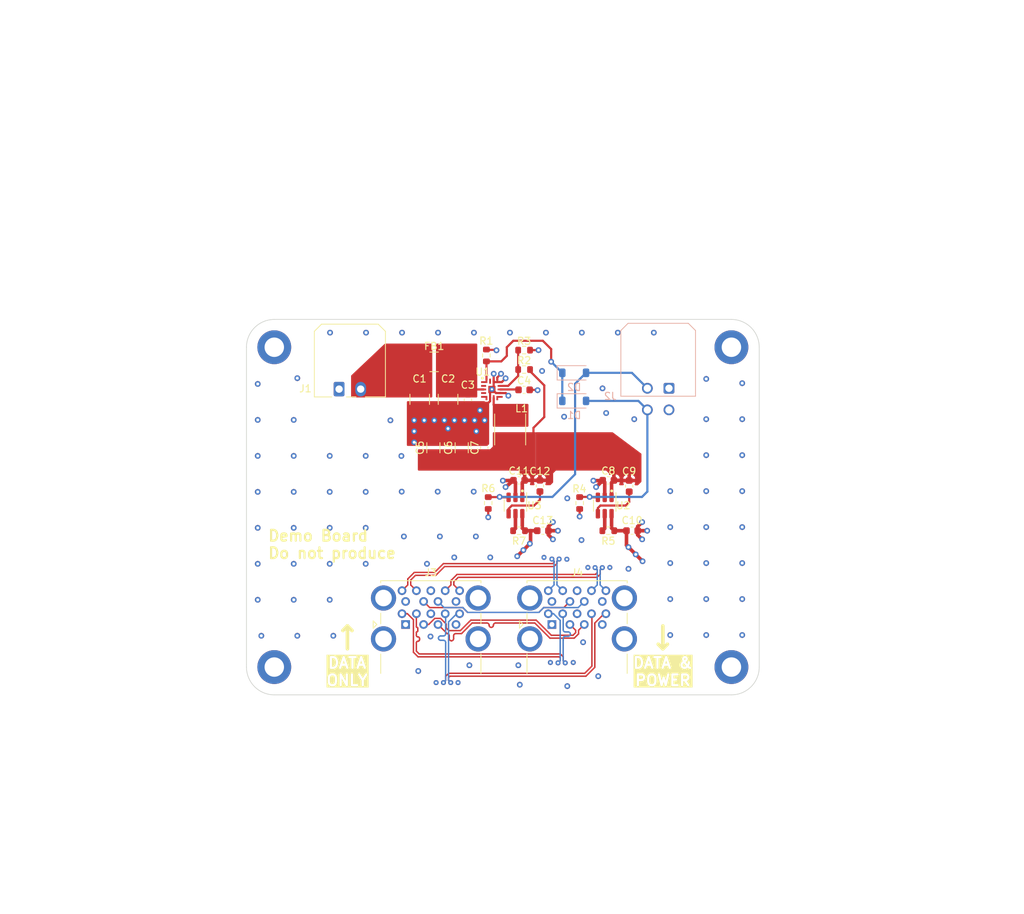
<source format=kicad_pcb>
(kicad_pcb (version 20221018) (generator pcbnew)
  (title_block (title "Demo Board") (date "2023-11-27") (rev "A") (company "The Cornell Lab, K. Lisa Yang Center for Conservation Bioacoustics") (comment 2 "Drawn by: Jordan Aceto") (comment 3 "Brief: PCB to demo KiCad documentation scripts") (comment 4 "Project: Engineering Tools"))
  (layers (0 "F.Cu" signal) (1 "In1.Cu" signal) (2 "In2.Cu" signal) (31 "B.Cu" signal) (34 "B.Paste" user) (35 "F.Paste" user) (36 "B.SilkS" user "B.Silkscreen") (37 "F.SilkS" user "F.Silkscreen") (38 "B.Mask" user) (39 "F.Mask" user) (44 "Edge.Cuts" user))
  (net 0 "")
  (net 1 "/power_ctl/VIN")
  (net 2 "GND")
  (net 3 "+5V")
  (net 4 "/USB_out/VBUS_BTM")
  (net 5 "/USB_out/VBUS_TOP")
  (net 6 "/power_ctl/VBUS_TOP_EN")
  (net 7 "/power_ctl/VBUS_BTM_EN")
  (net 9 "/USB_in/USB_btm_data.D-")
  (net 10 "/USB_in/USB_btm_data.D+")
  (net 11 "/USB_in/USB_btm_data.SSRX-")
  (net 12 "/USB_in/USB_btm_data.SSRX+")
  (net 13 "/USB_in/USB_btm_data.SSTX-")
  (net 14 "/USB_in/USB_btm_data.SSTX+")
  (net 16 "/USB_in/USB_top_data.D-")
  (net 17 "/USB_in/USB_top_data.D+")
  (net 18 "/USB_in/USB_top_data.SSRX-")
  (net 19 "/USB_in/USB_top_data.SSRX+")
  (net 20 "/USB_in/USB_top_data.SSTX-")
  (net 21 "/USB_in/USB_top_data.SSTX+")
  (net 22 "/power_ctl/VIN_FILT")
  (net 23 "Net-(U2-CT)")
  (net 24 "Net-(U3-CT)")
  (net 25 "Net-(U1-VCC)")
  (net 26 "/power_ctl/SW")
  (net 28 "Net-(U2-QOD)")
  (net 29 "Net-(U3-QOD)")
  (net 34 "/power_ctl/REG_EN")
  (net 35 "/power_ctl/FB")
  (footprint "ccb_capacitor:C_0603_1608Metric" (layer "F.Cu") (at 151.2 95.475 -90)
    (fp_text reference "C12")
    (fp_text value "470p")
  )
  (footprint "ccb_capacitor:C_0603_1608Metric" (layer "F.Cu") (at 148.3 94.7 180)
    (fp_text reference "C11")
    (fp_text value "1u 50V")
  )
  (footprint "ccb_resistor:R_0603_1608Metric" (layer "F.Cu") (at 160.7 101.7 180)
    (fp_text reference "R5")
    (fp_text value "10k")
  )
  (footprint "ccb_mounting_hole:MountingHole_2.7mm_M2.5_DIN965_Pad" (layer "F.Cu") (at 177.8 120.65)
    (fp_text reference "H4" hide)
    (fp_text value "MountingHole_Pad")
  )
  (footprint "ccb_capacitor:C_1210_3225Metric" (layer "F.Cu") (at 134.5 83.439 -90)
    (fp_text reference "C1")
    (fp_text value "10u 50V")
  )
  (footprint "ccb_capacitor:C_0603_1608Metric" (layer "F.Cu") (at 143.4712 90.17 90)
    (fp_text reference "C7")
    (fp_text value "100n 25v")
  )
  (footprint "ccb_resistor:R_0603_1608Metric" (layer "F.Cu") (at 149 76.6)
    (fp_text reference "R3")
    (fp_text value "DNF")
  )
  (footprint "ccb_mounting_hole:MountingHole_2.7mm_M2.5_DIN965_Pad" (layer "F.Cu") (at 114.3 76.2)
    (fp_text reference "H1" hide)
    (fp_text value "MountingHole_Pad")
  )
  (footprint "ccb_inductor:L_Coilcraft_XxL4030" (layer "F.Cu") (at 147.066 87.63 -90)
    (fp_text reference "L1")
    (fp_text value "3u3 5A")
  )
  (footprint "ccb_capacitor:C_0603_1608Metric" (layer "F.Cu") (at 141.2 83.5 -90)
    (fp_text reference "C3")
    (fp_text value "100n 50v")
  )
  (footprint "ccb_resistor:R_0603_1608Metric" (layer "F.Cu") (at 143.764 77.343 90)
    (fp_text reference "R1")
    (fp_text value "1M")
  )
  (footprint "ccb_connector_micro-fit:Molex_Micro-Fit_3.0_43650-0200_1x02_P3.00mm_Horizontal" (layer "F.Cu") (at 123.3 82.02)
    (fp_text reference "J1")
    (fp_text value "micro-fit_1x2_3mm")
  )
  (footprint "ccb_package_TO_SOT_SMD:SOT-23-6" (layer "F.Cu") (at 160.2 98.2 -90)
    (fp_text reference "U2")
    (fp_text value "TPS22917DBVx")
  )
  (footprint "ccb_inductor:L_1210_3225Metric" (layer "F.Cu") (at 136.5 78.232 180)
    (fp_text reference "FB1")
    (fp_text value "1k @100MHz 2A")
  )
  (footprint "ccb_package_TO_SOT_SMD:SOT-23-6" (layer "F.Cu") (at 147.8 98.2 -90)
    (fp_text reference "U3")
    (fp_text value "TPS22917DBVx")
  )
  (footprint "ccb_capacitor:C_1210_3225Metric" (layer "F.Cu") (at 138.437 83.439 -90)
    (fp_text reference "C2")
    (fp_text value "10u 50V")
  )
  (footprint "ccb_capacitor:C_0603_1608Metric" (layer "F.Cu") (at 163.6 95.5 -90)
    (fp_text reference "C9")
    (fp_text value "470p")
  )
  (footprint "ccb_capacitor:C_0603_1608Metric" (layer "F.Cu") (at 160.7 94.7 180)
    (fp_text reference "C8")
    (fp_text value "1u 50V")
  )
  (footprint "ccb_package_DFN_QFN:VQFN-FCRLF14_RXB_TEX" (layer "F.Cu") (at 144.526 82.0692)
    (fp_text reference "U1")
    (fp_text value "LMQ66430R5RXBR")
  )
  (footprint "ccb_capacitor:C_0603_1608Metric" (layer "F.Cu") (at 151.6 101.7)
    (fp_text reference "C13")
    (fp_text value "1u 50V")
  )
  (footprint "ccb_resistor:R_0603_1608Metric" (layer "F.Cu") (at 144.018 97.853 -90)
    (fp_text reference "R6")
    (fp_text value "1M")
  )
  (footprint "ccb_capacitor:C_0603_1608Metric" (layer "F.Cu") (at 164 101.7)
    (fp_text reference "C10")
    (fp_text value "1u 50V")
  )
  (footprint "ccb_connector_USB:USB3_A_Molex_48406-0001_Horizontal_Stacked" (layer "F.Cu") (at 152.8626 114.735)
    (fp_text reference "J4")
    (fp_text value "molex_048406-0001")
  )
  (footprint "ccb_mounting_hole:MountingHole_2.7mm_M2.5_DIN965_Pad" (layer "F.Cu") (at 177.8 76.2)
    (fp_text reference "H3" hide)
    (fp_text value "MountingHole_Pad")
  )
  (footprint "ccb_resistor:R_0603_1608Metric" (layer "F.Cu") (at 156.718 97.853 -90)
    (fp_text reference "R4")
    (fp_text value "1M")
  )
  (footprint "ccb_connector_USB:USB3_A_Molex_48406-0001_Horizontal_Stacked" (layer "F.Cu") (at 132.5426 114.735)
    (fp_text reference "J3")
    (fp_text value "molex_048406-0001")
  )
  (footprint "ccb_resistor:R_0603_1608Metric" (layer "F.Cu") (at 148.3 101.7 180)
    (fp_text reference "R7")
    (fp_text value "10k")
  )
  (footprint "ccb_capacitor:C_1206_3216Metric" (layer "F.Cu") (at 136.398 90.17 90)
    (fp_text reference "C5")
    (fp_text value "22u 10v")
  )
  (footprint "ccb_mounting_hole:MountingHole_2.7mm_M2.5_DIN965_Pad" (layer "F.Cu") (at 114.3 120.65)
    (fp_text reference "H2" hide)
    (fp_text value "MountingHole_Pad")
  )
  (footprint "ccb_capacitor:C_0603_1608Metric" (layer "F.Cu") (at 149 82.1242)
    (fp_text reference "C4")
    (fp_text value "1u 50V")
  )
  (footprint "ccb_resistor:R_0603_1608Metric" (layer "F.Cu") (at 149 79.3 180)
    (fp_text reference "R2")
    (fp_text value "0R")
  )
  (footprint "ccb_capacitor:C_1206_3216Metric" (layer "F.Cu") (at 140.335 90.17 90)
    (fp_text reference "C6")
    (fp_text value "22u 10v")
  )
  (footprint "ccb_connector_micro-fit:Molex_Micro-Fit_3.0_43045-0400_2x02_P3.00mm_Horizontal" (layer "B.Cu") (at 169.124 81.9038 180)
    (fp_text reference "J2")
    (fp_text value "micro-fit_2x2_3mm")
  )
  (footprint "ccb_diode:D_SOD-123" (layer "B.Cu") (at 155.956 79.756)
    (fp_text reference "D2")
    (fp_text value "1N4148W")
  )
  (footprint "ccb_diode:D_SOD-123" (layer "B.Cu") (at 155.956 83.656)
    (fp_text reference "D1")
    (fp_text value "1N4148W")
  )
  (gr_line (start 168.275 118.11) (end 167.64 117.475) (stroke (width 0.5)) (layer "F.SilkS"))
  (gr_line (start 168.275 114.935) (end 168.275 118.11) (stroke (width 0.5)) (layer "F.SilkS"))
  (gr_line (start 124.46 114.935) (end 123.825 115.57) (stroke (width 0.5)) (layer "F.SilkS"))
  (gr_line (start 124.46 114.935) (end 125.095 115.57) (stroke (width 0.5)) (layer "F.SilkS"))
  (gr_line (start 124.46 118.11) (end 124.46 114.935) (stroke (width 0.5)) (layer "F.SilkS"))
  (gr_line (start 168.275 118.11) (end 168.91 117.475) (stroke (width 0.5)) (layer "F.SilkS"))
  (gr_arc locked (start 110.437446 76.2) (mid 111.568762 73.468762) (end 114.3 72.337446) (stroke (width 0.1)) (layer "Edge.Cuts"))
  (gr_arc locked (start 114.3 124.512554) (mid 111.568762 123.381238) (end 110.437446 120.65) (stroke (width 0.1)) (layer "Edge.Cuts"))
  (gr_line locked (start 114.3 72.337446) (end 177.8 72.337446) (stroke (width 0.1)) (layer "Edge.Cuts"))
  (gr_line locked (start 181.662554 76.2) (end 181.662554 120.65) (stroke (width 0.1)) (layer "Edge.Cuts"))
  (gr_line locked (start 110.437446 120.65) (end 110.437446 76.2) (stroke (width 0.1)) (layer "Edge.Cuts"))
  (gr_arc locked (start 181.662554 120.65) (mid 180.531238 123.381238) (end 177.8 124.512554) (stroke (width 0.1)) (layer "Edge.Cuts"))
  (gr_arc locked (start 177.8 72.337446) (mid 180.531238 73.468762) (end 181.662554 76.2) (stroke (width 0.1)) (layer "Edge.Cuts"))
  (gr_line locked (start 177.8 124.512554) (end 114.3 124.512554) (stroke (width 0.1)) (layer "Edge.Cuts"))
  (gr_text "Demo Board\nDo not produce" (at 113.3 105.7) (layer "F.SilkS") (effects (font (size 1.5 1.5) (thickness 0.3) bold) (justify left bottom)))
  (gr_text "DATA &\nPOWER" (at 168.275 121.285) (layer "F.SilkS" knockout) (effects (font (size 1.5 1.5) (thickness 0.3) bold)))
  (gr_text "DATA\nONLY" (at 124.4092 121.285) (layer "F.SilkS" knockout) (effects (font (size 1.5 1.5) (thickness 0.3) bold)))
  (segment (start 164.775 101.125) (end 165.4 100.5) (width 0.5) (layer "F.Cu") (net 2))
  (segment (start 147.8 94.975) (end 147.525 94.7) (width 0.5) (layer "F.Cu") (net 2))
  (segment (start 144.276 83.2192) (end 144.276 83.689176) (width 0.3) (layer "F.Cu") (net 2))
  (segment (start 145.095976 82.5692) (end 144.595976 82.0692) (width 0.3) (layer "F.Cu") (net 2))
  (segment (start 152.375 102.275) (end 153 102.9) (width 0.5) (layer "F.Cu") (net 2))
  (segment (start 164.775 102.275) (end 165.4 102.9) (width 0.5) (layer "F.Cu") (net 2))
  (segment (start 144.5532 82.042) (end 144.526 82.0692) (width 0.3) (layer "F.Cu") (net 2))
  (segment (start 147.525 94.7) (end 146.431 95.631) (width 0.5) (layer "F.Cu") (net 2))
  (segment (start 156.718 98.678) (end 156.718 99.728) (width 0.3) (layer "F.Cu") (net 2))
  (segment (start 149.746 82.1242) (end 150.8312 82.1242) (width 0.3) (layer "F.Cu") (net 2))
  (segment (start 164.775 101.7) (end 164.775 102.275) (width 0.5) (layer "F.Cu") (net 2))
  (segment (start 152.375 101.7) (end 152.375 102.275) (width 0.5) (layer "F.Cu") (net 2))
  (segment (start 147.8 97.0625) (end 147.8 94.975) (width 0.5) (layer "F.Cu") (net 2))
  (segment (start 145.097998 76.56) (end 145.161 76.623002) (width 0.3) (layer "F.Cu") (net 2))
  (segment (start 144.776 81.8192) (end 144.526 82.0692) (width 0.3) (layer "F.Cu") (net 2))
  (segment (start 158.623 94.742) (end 159.883 94.742) (width 0.5) (layer "F.Cu") (net 2))
  (segment (start 144.776 80.9192) (end 144.776 81.8192) (width 0.3) (layer "F.Cu") (net 2))
  (segment (start 144.776 79.887) (end 144.78 79.883) (width 0.3) (layer "F.Cu") (net 2))
  (segment (start 164.775 101.7) (end 166.1 101.7) (width 0.5) (layer "F.Cu") (net 2))
  (segment (start 145.676 82.5692) (end 145.095976 82.5692) (width 0.3) (layer "F.Cu") (net 2))
  (segment (start 145.5885 81.0442) (end 145.9048 81.0442) (width 0.3) (layer "F.Cu") (net 2))
  (segment (start 149.825 76.6) (end 151 76.6) (width 0.3) (layer "F.Cu") (net 2))
  (segment (start 152.375 101.7) (end 153.7 101.7) (width 0.5) (layer "F.Cu") (net 2))
  (segment (start 146.4502 82.5692) (end 146.812 82.931) (width 0.3) (layer "F.Cu") (net 2))
  (segment (start 145.276 80.403) (end 145.796 79.883) (width 0.3) (layer "F.Cu") (net 2))
  (segment (start 159.925 94.71) (end 159.004 95.631) (width 0.5) (layer "F.Cu") (net 2))
  (segment (start 159.925 94.7) (end 159.925 94.71) (width 0.5) (layer "F.Cu") (net 2))
  (segment (start 150.8312 82.1242) (end 150.876 82.169) (width 0.3) (layer "F.Cu") (net 2))
  (segment (start 144.526 82.042) (end 144.5532 82.042) (width 0.3) (layer "F.Cu") (net 2))
  (segment (start 145.9048 81.0442) (end 146.431 80.518) (width 0.3) (layer "F.Cu") (net 2))
  (segment (start 145.676 82.5692) (end 146.4502 82.5692) (width 0.3) (layer "F.Cu") (net 2))
  (segment (start 144.276 83.689176) (end 143.891176 84.074) (width 0.3) (layer "F.Cu") (net 2))
  (segment (start 152.375 101.7) (end 152.375 101.125) (width 0.5) (layer "F.Cu") (net 2))
  (segment (start 144.276 82.3192) (end 144.526 82.0692) (width 0.3) (layer "F.Cu") (net 2))
  (segment (start 145.276 80.7442) (end 145.276 80.403) (width 0.3) (layer "F.Cu") (net 2))
  (segment (start 144.901 81.0442) (end 144.776 80.9192) (width 0.3) (layer "F.Cu") (net 2))
  (segment (start 144.526 82.0692) (end 144.526 82.042) (width 0.3) (layer "F.Cu") (net 2))
  (segment (start 143.891 76.56) (end 145.097998 76.56) (width 0.3) (layer "F.Cu") (net 2))
  (segment (start 145.5885 81.0442) (end 144.901 81.0442) (width 0.3) (layer "F.Cu") (net 2))
  (segment (start 159.883 94.742) (end 159.925 94.7) (width 0.5) (layer "F.Cu") (net 2))
  (segment (start 152.375 101.125) (end 153 100.5) (width 0.5) (layer "F.Cu") (net 2))
  (segment (start 144.595976 82.0692) (end 144.526 82.0692) (width 0.3) (layer "F.Cu") (net 2))
  (segment (start 144.276 83.2192) (end 144.276 82.3192) (width 0.3) (layer "F.Cu") (net 2))
  (segment (start 160.2 97.0625) (end 160.2 94.975) (width 0.5) (layer "F.Cu") (net 2))
  (segment (start 144.018 98.678) (end 144.018 99.828) (width 0.3) (layer "F.Cu") (net 2))
  (segment (start 144.776 80.9192) (end 144.776 79.887) (width 0.3) (layer "F.Cu") (net 2))
  (segment (start 146.05 94.742) (end 147.525 94.7) (width 0.5) (layer "F.Cu") (net 2))
  (segment (start 160.2 94.975) (end 159.925 94.7) (width 0.5) (layer "F.Cu") (net 2))
  (segment (start 164.775 101.7) (end 164.775 101.125) (width 0.5) (layer "F.Cu") (net 2))
  (segment (start 143.891176 84.074) (end 143.764 84.074) (width 0.3) (layer "F.Cu") (net 2))
  (via (at 137.3 102.5) (size 0.8) (drill 0.4) (layers "F.Cu" "B.Cu") (net 2))
  (via (at 147.033 74.168) (size 0.8) (drill 0.4) (layers "F.Cu" "B.Cu") (net 2))
  (via (at 112 96.3) (size 0.8) (drill 0.4) (layers "F.Cu" "B.Cu") (net 2))
  (via (at 174.3 80.6) (size 0.8) (drill 0.4) (layers "F.Cu" "B.Cu") (net 2))
  (via (at 169.3 96.2) (size 0.8) (drill 0.4) (layers "F.Cu" "B.Cu") (net 2))
  (via (at 174.3 106.2) (size 0.8) (drill 0.4) (layers "F.Cu" "B.Cu") (net 2))
  (via (at 165.4 100.5) (size 0.8) (drill 0.4) (layers "F.Cu" "B.Cu") (net 2))
  (via (at 150.876 82.169) (size 0.8) (drill 0.4) (layers "F.Cu" "B.Cu") (net 2))
  (via (at 160.401 85.344) (size 0.8) (drill 0.4) (layers "F.Cu" "B.Cu") (net 2))
  (via (at 112 86.3) (size 0.8) (drill 0.4) (layers "F.Cu" "B.Cu") (net 2))
  (via (at 137.047 74.168) (size 0.8) (drill 0.4) (layers "F.Cu" "B.Cu") (net 2))
  (via (at 137 96.266) (size 0.8) (drill 0.4) (layers "F.Cu" "B.Cu") (net 2))
  (via (at 127 96.3) (size 0.8) (drill 0.4) (layers "F.Cu" "B.Cu") (net 2))
  (via (at 144.78 79.883) (size 0.8) (drill 0.4) (layers "F.Cu" "B.Cu") (net 2))
  (via (at 151.5 79.5) (size 0.8) (drill 0.4) (layers "F.Cu" "B.Cu") (net 2))
  (via (at 132.3 102.5) (size 0.8) (drill 0.4) (layers "F.Cu" "B.Cu") (net 2))
  (via (at 179.3 91.2) (size 0.8) (drill 0.4) (layers "F.Cu" "B.Cu") (net 2))
  (via (at 159.3 121.92) (size 0.8) (drill 0.4) (layers "F.Cu" "B.Cu") (net 2))
  (via (at 142 96.266) (size 0.8) (drill 0.4) (layers "F.Cu" "B.Cu") (net 2))
  (via (at 131.953 91.313) (size 0.8) (drill 0.4) (layers "F.Cu" "B.Cu") (net 2))
  (via (at 148.2 120.4) (size 0.8) (drill 0.4) (layers "F.Cu" "B.Cu") (net 2))
  (via (at 136 116.4) (size 0.8) (drill 0.4) (layers "F.Cu" "B.Cu") (net 2))
  (via (at 117 101.3) (size 0.8) (drill 0.4) (layers "F.Cu" "B.Cu") (net 2))
  (via (at 142.033 74.168) (size 0.8) (drill 0.4) (layers "F.Cu" "B.Cu") (net 2))
  (via (at 174.3 96.2) (size 0.8) (drill 0.4) (layers "F.Cu" "B.Cu") (net 2))
  (via (at 112 81.3) (size 0.8) (drill 0.4) (layers "F.Cu" "B.Cu") (net 2))
  (via (at 156.718 99.728) (size 0.8) (drill 0.4) (layers "F.Cu" "B.Cu") (net 2))
  (via (at 152.654 120.015) (size 0.7) (drill 0.3) (layers "F.Cu" "B.Cu") (net 2))
  (via (at 133.731 86.36) (size 0.8) (drill 0.4) (layers "F.Cu" "B.Cu") (net 2))
  (via (at 163.5 107) (size 0.8) (drill 0.4) (layers "F.Cu" "B.Cu") (net 2))
  (via (at 146.431 95.631) (size 0.8) (drill 0.4) (layers "F.Cu" "B.Cu") (net 2))
  (via (at 135.509 106.299) (size 0.8) (drill 0.4) (layers "F.Cu" "B.Cu") (net 2))
  (via (at 139.3 105.41) (size 0.8) (drill 0.4) (layers "F.Cu" "B.Cu") (net 2))
  (via (at 117 106.3) (size 0.8) (drill 0.4) (layers "F.Cu" "B.Cu") (net 2))
  (via (at 127 91.3) (size 0.8) (drill 0.4) (layers "F.Cu" "B.Cu") (net 2))
  (via (at 143.51 86.36) (size 0.8) (drill 0.4) (layers "F.Cu" "B.Cu") (net 2))
  (via (at 179.3 81.2) (size 0.8) (drill 0.4) (layers "F.Cu" "B.Cu") (net 2))
  (via (at 117 111.3) (size 0.8) (drill 0.4) (layers "F.Cu" "B.Cu") (net 2))
  (via (at 112 111.3) (size 0.8) (drill 0.4) (layers "F.Cu" "B.Cu") (net 2))
  (via (at 142.367 87.884) (size 0.8) (drill 0.4) (layers "F.Cu" "B.Cu") (net 2))
  (via (at 157.2 117.2) (size 0.8) (drill 0.4) (layers "F.Cu" "B.Cu") (net 2))
  (via (at 169.3 101.2) (size 0.8) (drill 0.4) (layers "F.Cu" "B.Cu") (net 2))
  (via (at 167.019 74.168) (size 0.8) (drill 0.4) (layers "F.Cu" "B.Cu") (net 2))
  (via (at 112 106.3) (size 0.8) (drill 0.4) (layers "F.Cu" "B.Cu") (net 2))
  (via (at 140.716 86.36) (size 0.8) (drill 0.4) (layers "F.Cu" "B.Cu") (net 2))
  (via (at 134.3 121.2) (size 0.8) (drill 0.4) (layers "F.Cu" "B.Cu") (net 2))
  (via (at 112.5 116.3) (size 0.8) (drill 0.4) (layers "F.Cu" "B.Cu") (net 2))
  (via (at 160.909 106.807) (size 0.7) (drill 0.3) (layers "F.Cu" "B.Cu") (net 2))
  (via (at 144.526 82.042) (size 0.7) (drill 0.3) (layers "F.Cu" "B.Cu") (net 2))
  (via (at 154.94 105.664) (size 0.7) (drill 0.3) (layers "F.Cu" "B.Cu") (net 2))
  (via (at 162.019 74.168) (size 0.8) (drill 0.4) (layers "F.Cu" "B.Cu") (net 2))
  (via (at 153.7 101.7) (size 0.8) (drill 0.4) (layers "F.Cu" "B.Cu") (net 2))
  (via (at 122 96.3) (size 0.8) (drill 0.4) (layers "F.Cu" "B.Cu") (net 2))
  (via (at 127 101.3) (size 0.8) (drill 0.4) (layers "F.Cu" "B.Cu") (net 2))
  (via (at 152.033 74.168) (size 0.8) (drill 0.4) (layers "F.Cu" "B.Cu") (net 2))
  (via (at 151.765 105.41) (size 0.7) (drill 0.3) (layers "F.Cu" "B.Cu") (net 2))
  (via (at 122.047 74.168) (size 0.8) (drill 0.4) (layers "F.Cu" "B.Cu") (net 2))
  (via (at 142.3 102.5) (size 0.8) (drill 0.4) (layers "F.Cu" "B.Cu") (net 2))
  (via (at 157.019 74.168) (size 0.8) (drill 0.4) (layers "F.Cu" "B.Cu") (net 2))
  (via (at 153 102.9) (size 0.8) (drill 0.4) (layers "F.Cu" "B.Cu") (net 2))
  (via (at 117 91.3) (size 0.8) (drill 0.4) (layers "F.Cu" "B.Cu") (net 2))
  (via (at 155 97.2) (size 0.8) (drill 0.4) (layers "F.Cu" "B.Cu") (net 2))
  (via (at 169.3 111.2) (size 0.8) (drill 0.4) (layers "F.Cu" "B.Cu") (net 2))
  (via (at 117.5 80.5) (size 0.8) (drill 0.4) (layers "F.Cu" "B.Cu") (net 2))
  (via (at 169.3 116.2) (size 0.8) (drill 0.4) (layers "F.Cu" "B.Cu") (net 2))
  (via (at 164.3 86.2) (size 0.8) (drill 0.4) (layers "F.Cu" "B.Cu") (net 2))
  (via (at 112 91.3) (size 0.8) (drill 0.4) (layers "F.Cu" "B.Cu") (net 2))
  (via (at 142.875 84.963) (size 0.8) (drill 0.4) (layers "F.Cu" "B.Cu") (net 2))
  (via (at 141.4 120.4) (size 0.8) (drill 0.4) (layers "F.Cu" "B.Cu") (net 2))
  (via (at 148.4 123.1) (size 0.8) (drill 0.4) (layers "F.Cu" "B.Cu") (net 2))
  (via (at 132.047 74.168) (size 0.8) (drill 0.4) (layers "F.Cu" "B.Cu") (net 2))
  (via (at 169.3 106.2) (size 0.8) (drill 0.4) (layers "F.Cu" "B.Cu") (net 2))
  (via (at 174.3 91.2) (size 0.8) (drill 0.4) (layers "F.Cu" "B.Cu") (net 2))
  (via (at 122 111.3) (size 0.8) (drill 0.4) (layers "F.Cu" "B.Cu") (net 2))
  (via (at 139.827 122.809) (size 0.7) (drill 0.3) (layers "F.Cu" "B.Cu") (net 2))
  (via (at 179.3 106.2) (size 0.8) (drill 0.4) (layers "F.Cu" "B.Cu") (net 2))
  (via (at 138.43 87.503) (size 0.8) (drill 0.4) (layers "F.Cu" "B.Cu") (net 2))
  (via (at 179.3 86.2) (size 0.8) (drill 0.4) (layers "F.Cu" "B.Cu") (net 2))
  (via (at 145.796 79.883) (size 0.8) (drill 0.4) (layers "F.Cu" "B.Cu") (net 2))
  (via (at 136.779 122.809) (size 0.7) (drill 0.3) (layers "F.Cu" "B.Cu") (net 2))
  (via (at 179.3 111.2) (size 0.8) (drill 0.4) (layers "F.Cu" "B.Cu") (net 2))
  (via (at 174.3 86.2) (size 0.8) (drill 0.4) (layers "F.Cu" "B.Cu") (net 2))
  (via (at 179.3 101.2) (size 0.8) (drill 0.4) (layers "F.Cu" "B.Cu") (net 2))
  (via (at 179.3 116.2) (size 0.8) (drill 0.4) (layers "F.Cu" "B.Cu") (net 2))
  (via (at 174.3 111.2) (size 0.8) (drill 0.4) (layers "F.Cu" "B.Cu") (net 2))
  (via (at 159.893 81.915) (size 0.8) (drill 0.4) (layers "F.Cu" "B.Cu") (net 2))
  (via (at 133.731 89.408) (size 0.8) (drill 0.4) (layers "F.Cu" "B.Cu") (net 2))
  (via (at 146.812 82.931) (size 0.8) (drill 0.4) (layers "F.Cu" "B.Cu") (net 2))
  (via (at 159.004 95.631) (size 0.8) (drill 0.4) (layers "F.Cu" "B.Cu") (net 2))
  (via (at 144.3 105.41) (size 0.8) (drill 0.4) (layers "F.Cu" "B.Cu") (net 2))
  (via (at 117.5 116.3) (size 0.8) (drill 0.4) (layers "F.Cu" "B.Cu") (net 2))
  (via (at 179.3 96.2) (size 0.8) (drill 0.4) (layers "F.Cu" "B.Cu") (net 2))
  (via (at 127 106.3) (size 0.8) (drill 0.4) (layers "F.Cu" "B.Cu") (net 2))
  (via (at 153 100.5) (size 0.8) (drill 0.4) (layers "F.Cu" "B.Cu") (net 2))
  (via (at 142.113 86.36) (size 0.8) (drill 0.4) (layers "F.Cu" "B.Cu") (net 2))
  (via (at 166.1 101.7) (size 0.8) (drill 0.4) (layers "F.Cu" "B.Cu") (net 2))
  (via (at 117 86.3) (size 0.8) (drill 0.4) (layers "F.Cu" "B.Cu") (net 2))
  (via (at 133.731 87.884) (size 0.8) (drill 0.4) (layers "F.Cu" "B.Cu") (net 2))
  (via (at 145.161 76.623002) (size 0.8) (drill 0.4) (layers "F.Cu" "B.Cu") (net 2))
  (via (at 146.431 80.518) (size 0.8) (drill 0.4) (layers "F.Cu" "B.Cu") (net 2))
  (via (at 165.4 102.9) (size 0.8) (drill 0.4) (layers "F.Cu" "B.Cu") (net 2))
  (via (at 136.525 86.36) (size 0.8) (drill 0.4) (layers "F.Cu" "B.Cu") (net 2))
  (via (at 156.972 102.997) (size 0.8) (drill 0.4) (layers "F.Cu" "B.Cu") (net 2))
  (via (at 122 106.3) (size 0.8) (drill 0.4) (layers "F.Cu" "B.Cu") (net 2))
  (via (at 112 101.3) (size 0.8) (drill 0.4) (layers "F.Cu" "B.Cu") (net 2))
  (via (at 155 123.3) (size 0.8) (drill 0.4) (layers "F.Cu" "B.Cu") (net 2))
  (via (at 132 96.266) (size 0.8) (drill 0.4) (layers "F.Cu" "B.Cu") (net 2))
  (via (at 127.047 74.168) (size 0.8) (drill 0.4) (layers "F.Cu" "B.Cu") (net 2))
  (via (at 117 96.3) (size 0.8) (drill 0.4) (layers "F.Cu" "B.Cu") (net 2))
  (via (at 122 101.3) (size 0.8) (drill 0.4) (layers "F.Cu" "B.Cu") (net 2))
  (via (at 144.018 99.828) (size 0.8) (drill 0.4) (layers "F.Cu" "B.Cu") (net 2))
  (via (at 135.128 86.36) (size 0.8) (drill 0.4) (layers "F.Cu" "B.Cu") (net 2))
  (via (at 137.922 86.36) (size 0.8) (drill 0.4) (layers "F.Cu" "B.Cu") (net 2))
  (via (at 157.861 106.807) (size 0.7) (drill 0.3) (layers "F.Cu" "B.Cu") (net 2))
  (via (at 146.05 94.742) (size 0.8) (drill 0.4) (layers "F.Cu" "B.Cu") (net 2))
  (via (at 122.5 116.3) (size 0.8) (drill 0.4) (layers "F.Cu" "B.Cu") (net 2))
  (via (at 158.623 94.742) (size 0.8) (drill 0.4) (layers "F.Cu" "B.Cu") (net 2))
  (via (at 122 91.3) (size 0.8) (drill 0.4) (layers "F.Cu" "B.Cu") (net 2))
  (via (at 174.3 101.2) (size 0.8) (drill 0.4) (layers "F.Cu" "B.Cu") (net 2))
  (via (at 151 76.6) (size 0.8) (drill 0.4) (layers "F.Cu" "B.Cu") (net 2))
  (via (at 155.829 120.015) (size 0.7) (drill 0.3) (layers "F.Cu" "B.Cu") (net 2))
  (via (at 130.429 86.36) (size 0.8) (drill 0.4) (layers "F.Cu" "B.Cu") (net 2))
  (via (at 174.3 116.2) (size 0.8) (drill 0.4) (layers "F.Cu" "B.Cu") (net 2))
  (via (at 154.559 85.852) (size 0.8) (drill 0.4) (layers "F.Cu" "B.Cu") (net 2))
  (via (at 139.319 86.36) (size 0.8) (drill 0.4) (layers "F.Cu" "B.Cu") (net 2))
  (segment (start 151.8 81.5) (end 151.8 85.9) (width 0.3) (layer "F.Cu") (net 3))
  (segment (start 151.2 86.5) (end 150.3 87.4) (width 0.3) (layer "F.Cu") (net 3))
  (segment (start 149.825 79.525) (end 151.8 81.5) (width 0.3) (layer "F.Cu") (net 3))
  (segment (start 150.3 87.4) (end 150.3 88.8) (width 0.3) (layer "F.Cu") (net 3))
  (segment (start 151.8 85.9) (end 151.2 86.5) (width 0.3) (layer "F.Cu") (net 3))
  (segment (start 161.15 95.025) (end 161.475 94.7) (width 0.5) (layer "F.Cu") (net 3))
  (segment (start 161.15 97.0625) (end 161.15 95.025) (width 0.5) (layer "F.Cu") (net 3))
  (segment (start 149.825 79.3) (end 149.825 79.525) (width 0.3) (layer "F.Cu") (net 3))
  (segment (start 148.75 95.025) (end 149.075 94.7) (width 0.5) (layer "F.Cu") (net 3))
  (segment (start 148.75 97.0625) (end 148.75 95.025) (width 0.5) (layer "F.Cu") (net 3))
  (segment (start 149.9 101.7) (end 149.9 103.4) (width 0.5) (layer "F.Cu") (net 4))
  (segment (start 149.8 103.5) (end 148.9 104.4) (width 0.5) (layer "F.Cu") (net 4))
  (segment (start 149.125 101.7) (end 149.9 101.7) (width 0.5) (layer "F.Cu") (net 4))
  (segment (start 149.9 101.7) (end 150.825 101.7) (width 0.5) (layer "F.Cu") (net 4))
  (segment (start 148.75 99.3375) (end 148.75 101.325) (width 0.5) (layer "F.Cu") (net 4))
  (segment (start 148.75 101.325) (end 149.125 101.7) (width 0.5) (layer "F.Cu") (net 4))
  (segment (start 149.9 103.4) (end 149.8 103.5) (width 0.5) (layer "F.Cu") (net 4))
  (segment (start 148.9 104.4) (end 148.05 105.25) (width 0.5) (layer "F.Cu") (net 4))
  (via (at 148.9 104.4) (size 0.8) (drill 0.4) (layers "F.Cu" "B.Cu") (net 4))
  (via (at 148.05 105.25) (size 0.8) (drill 0.4) (layers "F.Cu" "B.Cu") (net 4))
  (via (at 149.8 103.5) (size 0.8) (drill 0.4) (layers "F.Cu" "B.Cu") (net 4))
  (segment (start 163.225 101.7) (end 163.225 103.7145) (width 0.5) (layer "F.Cu") (net 5))
  (segment (start 161.15 99.3375) (end 161.15 101.325) (width 0.5) (layer "F.Cu") (net 5))
  (segment (start 161.525 101.7) (end 163.225 101.7) (width 0.5) (layer "F.Cu") (net 5))
  (segment (start 164.50525 104.99475) (end 165.45525 105.94475) (width 0.5) (layer "F.Cu") (net 5))
  (segment (start 161.15 101.325) (end 161.525 101.7) (width 0.5) (layer "F.Cu") (net 5))
  (segment (start 163.225 103.7145) (end 163.5 103.9895) (width 0.5) (layer "F.Cu") (net 5))
  (segment (start 163.5 103.9895) (end 164.50525 104.99475) (width 0.5) (layer "F.Cu") (net 5))
  (via (at 164.50525 104.99475) (size 0.8) (drill 0.4) (layers "F.Cu" "B.Cu") (net 5))
  (via (at 165.45525 105.94475) (size 0.8) (drill 0.4) (layers "F.Cu" "B.Cu") (net 5))
  (via (at 163.5 103.9895) (size 0.8) (drill 0.4) (layers "F.Cu" "B.Cu") (net 5))
  (segment (start 158.1 97) (end 156.746 97) (width 0.3) (layer "F.Cu") (net 6))
  (segment (start 158.1625 97.0625) (end 158.1 97) (width 0.3) (layer "F.Cu") (net 6))
  (segment (start 159.25 97.0625) (end 158.1625 97.0625) (width 0.3) (layer "F.Cu") (net 6))
  (via (at 158.1 97) (size 0.8) (drill 0.4) (layers "F.Cu" "B.Cu") (net 6))
  (segment (start 158.1 97) (end 165.382 97) (width 0.3) (layer "B.Cu") (net 6))
  (segment (start 164.8762 83.656) (end 166.124 84.9038) (width 0.3) (layer "B.Cu") (net 6))
  (segment (start 166.124 96.258) (end 166.124 84.9038) (width 0.3) (layer "B.Cu") (net 6))
  (segment (start 165.382 97) (end 166.124 96.258) (width 0.3) (layer "B.Cu") (net 6))
  (segment (start 157.606 83.656) (end 164.8762 83.656) (width 0.3) (layer "B.Cu") (net 6))
  (segment (start 146.85 97.0625) (end 145.6625 97.0625) (width 0.3) (layer "F.Cu") (net 7))
  (segment (start 144.018 97.028) (end 145.572 97.028) (width 0.3) (layer "F.Cu") (net 7))
  (segment (start 145.572 97.028) (end 145.6 97) (width 0.3) (layer "F.Cu") (net 7))
  (segment (start 145.6625 97.0625) (end 145.6 97) (width 0.3) (layer "F.Cu") (net 7))
  (via (at 145.6 97) (size 0.8) (drill 0.4) (layers "F.Cu" "B.Cu") (net 7))
  (segment (start 163.9762 79.756) (end 166.124 81.9038) (width 0.3) (layer "B.Cu") (net 7))
  (segment (start 156.083 93.853) (end 156.083 81.279) (width 0.3) (layer "B.Cu") (net 7))
  (segment (start 152.936 97) (end 156.083 93.853) (width 0.3) (layer "B.Cu") (net 7))
  (segment (start 145.6 97) (end 152.936 97) (width 0.3) (layer "B.Cu") (net 7))
  (segment (start 157.606 79.756) (end 163.9762 79.756) (width 0.3) (layer "B.Cu") (net 7))
  (segment (start 156.083 81.279) (end 157.606 79.756) (width 0.3) (layer "B.Cu") (net 7))
  (segment (start 152.419073 115.868473) (end 152.781 116.2304) (width 0.2) (layer "F.Cu") (net 9))
  (segment (start 138.176 114.666318) (end 138.176 115.2144) (width 0.2) (layer "F.Cu") (net 9))
  (segment (start 137.394682 113.885) (end 138.176 114.666318) (width 0.2) (layer "F.Cu") (net 9))
  (segment (start 152.419073 115.867294) (end 152.419073 115.868473) (width 0.2) (layer "F.Cu") (net 9))
  (segment (start 155.797894 116.2304) (end 156.161 115.867294) (width 0.2) (layer "F.Cu") (net 9))
  (segment (start 156.161 115.5334) (end 155.3626 114.735) (width 0.2) (layer "F.Cu") (net 9))
  (segment (start 136.594682 113.885) (end 137.394682 113.885) (width 0.2) (layer "F.Cu") (net 9))
  (segment (start 140.1422 115.585) (end 141.39483 114.33237) (width 0.2) (layer "F.Cu") (net 9))
  (segment (start 141.607638 114.1286) (end 150.680379 114.1286) (width 0.2) (layer "F.Cu") (net 9))
  (segment (start 135.0426 114.735) (end 135.744682 114.735) (width 0.2) (layer "F.Cu") (net 9))
  (segment (start 156.161 115.867294) (end 156.161 115.5334) (width 0.2) (layer "F.Cu") (net 9))
  (segment (start 138.5466 115.585) (end 140.1422 115.585) (width 0.2) (layer "F.Cu") (net 9))
  (segment (start 141.403869 114.33237) (end 141.607638 114.1286) (width 0.2) (layer "F.Cu") (net 9))
  (segment (start 141.39483 114.33237) (end 141.403869 114.33237) (width 0.2) (layer "F.Cu") (net 9))
  (segment (start 135.744682 114.735) (end 136.594682 113.885) (width 0.2) (layer "F.Cu") (net 9))
  (segment (start 150.680379 114.1286) (end 152.419073 115.867294) (width 0.2) (layer "F.Cu") (net 9))
  (segment (start 152.781 116.2304) (end 155.797894 116.2304) (width 0.2) (layer "F.Cu") (net 9))
  (segment (start 138.176 115.2144) (end 138.5466 115.585) (width 0.2) (layer "F.Cu") (net 9))
  (segment (start 139.2078 116.7002) (end 139.2078 116.3002) (width 0.2) (layer "F.Cu") (net 10))
  (segment (start 150.488114 114.5286) (end 152.589914 116.6304) (width 0.2) (layer "F.Cu") (net 10))
  (segment (start 156.5642 115.5334) (end 157.3626 114.735) (width 0.2) (layer "F.Cu") (net 10))
  (segment (start 144.7402 114.831334) (end 144.7402 114.8286) (width 0.2) (layer "F.Cu") (net 10))
  (segment (start 155.968106 116.6304) (end 156.5642 116.034306) (width 0.2) (layer "F.Cu") (net 10))
  (segment (start 137.0426 114.735) (end 138.3078 116.0002) (width 0.2) (layer "F.Cu") (net 10))
  (segment (start 139.5078 116.0002) (end 140.3112 116.0002) (width 0.2) (layer "F.Cu") (net 10))
  (segment (start 145.0402 114.5286) (end 150.488114 114.5286) (width 0.2) (layer "F.Cu") (net 10))
  (segment (start 140.3112 116.0002) (end 141.1224 115.189) (width 0.2) (layer "F.Cu") (net 10))
  (segment (start 141.773324 114.5286) (end 143.8402 114.5286) (width 0.2) (layer "F.Cu") (net 10))
  (segment (start 152.589914 116.6304) (end 155.968106 116.6304) (width 0.2) (layer "F.Cu") (net 10))
  (segment (start 141.1224 115.179524) (end 141.773324 114.5286) (width 0.2) (layer "F.Cu") (net 10))
  (segment (start 156.5642 116.034306) (end 156.5642 115.5334) (width 0.2) (layer "F.Cu") (net 10))
  (segment (start 141.1224 115.189) (end 141.1224 115.179524) (width 0.2) (layer "F.Cu") (net 10))
  (segment (start 138.6078 116.3002) (end 138.6078 116.7002) (width 0.2) (layer "F.Cu") (net 10))
  (segment (start 144.1402 114.8286) (end 144.1402 114.831334) (width 0.2) (layer "F.Cu") (net 10))
  (arc (start 144.7402 114.8286) (mid 144.828068 114.616468) (end 145.0402 114.5286) (width 0.2) (layer "F.Cu") (net 10))
  (arc (start 138.6078 116.7002) (mid 138.695668 116.912332) (end 138.9078 117.0002) (width 0.2) (layer "F.Cu") (net 10))
  (arc (start 138.3078 116.0002) (mid 138.519932 116.088068) (end 138.6078 116.3002) (width 0.2) (layer "F.Cu") (net 10))
  (arc (start 139.2078 116.3002) (mid 139.295668 116.088068) (end 139.5078 116.0002) (width 0.2) (layer "F.Cu") (net 10))
  (arc (start 144.4402 115.131334) (mid 144.652332 115.043466) (end 144.7402 114.831334) (width 0.2) (layer "F.Cu") (net 10))
  (arc (start 144.1402 114.831334) (mid 144.228068 115.043466) (end 144.4402 115.131334) (width 0.2) (layer "F.Cu") (net 10))
  (arc (start 138.9078 117.0002) (mid 139.119932 116.912332) (end 139.2078 116.7002) (width 0.2) (layer "F.Cu") (net 10))
  (arc (start 143.8402 114.5286) (mid 144.052332 114.616468) (end 144.1402 114.8286) (width 0.2) (layer "F.Cu") (net 10))
  (segment (start 138.8046 122.809) (end 138.5046 122.509) (width 0.2) (layer "F.Cu") (net 11))
  (segment (start 158.8246 114.5286) (end 160.1182 113.235) (width 0.2) (layer "F.Cu") (net 11))
  (segment (start 138.691306 121.9184) (end 157.588906 121.9184) (width 0.2) (layer "F.Cu") (net 11))
  (segment (start 138.5046 122.105106) (end 138.691306 121.9184) (width 0.2) (layer "F.Cu") (net 11))
  (segment (start 158.8246 120.682706) (end 158.8246 114.5286) (width 0.2) (layer "F.Cu") (net 11))
  (segment (start 157.588906 121.9184) (end 158.8246 120.682706) (width 0.2) (layer "F.Cu") (net 11))
  (segment (start 160.1182 113.235) (end 160.3626 113.235) (width 0.2) (layer "F.Cu") (net 11))
  (segment (start 138.5046 122.509) (end 138.5046 122.105106) (width 0.2) (layer "F.Cu") (net 11))
  (via (at 138.8046 122.809) (size 0.7) (drill 0.3) (layers "F.Cu" "B.Cu") (net 11))
  (segment (start 138.5046 114.3778) (end 138.5046 122.509) (width 0.2) (layer "B.Cu") (net 11))
  (segment (start 139.6474 113.235) (end 138.5046 114.3778) (width 0.2) (layer "B.Cu") (net 11))
  (segment (start 140.0426 113.235) (end 139.6474 113.235) (width 0.2) (layer "B.Cu") (net 11))
  (segment (start 138.5046 122.509) (end 138.8046 122.809) (width 0.2) (layer "B.Cu") (net 11))
  (segment (start 157.421894 121.5152) (end 138.524294 121.5152) (width 0.2) (layer "F.Cu") (net 12))
  (segment (start 138.524294 121.5152) (end 138.1014 121.938094) (width 0.2) (layer "F.Cu") (net 12))
  (segment (start 138.1014 122.509) (end 137.8014 122.809) (width 0.2) (layer "F.Cu") (net 12))
  (segment (start 158.3626 113.235) (end 158.4214 113.2938) (width 0.2) (layer "F.Cu") (net 12))
  (segment (start 158.4214 120.515694) (end 157.421894 121.5152) (width 0.2) (layer "F.Cu") (net 12))
  (segment (start 138.1014 121.938094) (end 138.1014 122.509) (width 0.2) (layer "F.Cu") (net 12))
  (segment (start 158.4214 113.2938) (end 158.4214 120.515694) (width 0.2) (layer "F.Cu") (net 12))
  (via (at 137.8014 122.809) (size 0.7) (drill 0.3) (layers "F.Cu" "B.Cu") (net 12))
  (segment (start 137.8014 116.3272) (end 137.4014 116.3272) (width 0.2) (layer "B.Cu") (net 12))
  (segment (start 138.1014 117.2272) (end 138.1014 122.509) (width 0.2) (layer "B.Cu") (net 12))
  (segment (start 137.4014 116.9272) (end 137.8014 116.9272) (width 0.2) (layer "B.Cu") (net 12))
  (segment (start 138.0426 113.235) (end 138.1014 113.2938) (width 0.2) (layer "B.Cu") (net 12))
  (segment (start 138.1014 122.509) (end 137.8014 122.809) (width 0.2) (layer "B.Cu") (net 12))
  (segment (start 138.1014 113.2938) (end 138.1014 116.0272) (width 0.2) (layer "B.Cu") (net 12))
  (arc (start 137.4014 116.3272) (mid 137.189268 116.415068) (end 137.1014 116.6272) (width 0.2) (layer "B.Cu") (net 12))
  (arc (start 137.1014 116.6272) (mid 137.189268 116.839332) (end 137.4014 116.9272) (width 0.2) (layer "B.Cu") (net 12))
  (arc (start 138.1014 116.0272) (mid 138.013532 116.239332) (end 137.8014 116.3272) (width 0.2) (layer "B.Cu") (net 12))
  (arc (start 137.8014 116.9272) (mid 138.013532 117.015068) (end 138.1014 117.2272) (width 0.2) (layer "B.Cu") (net 12))
  (segment (start 134.235431 115.6366) (end 134.235431 115.2366) (width 0.2) (layer "F.Cu") (net 13))
  (segment (start 154.038886 118.8276) (end 134.430086 118.8276) (width 0.2) (layer "F.Cu") (net 13))
  (segment (start 134.256557 116.457725) (end 134.256556 116.457725) (width 0.2) (layer "F.Cu") (net 13))
  (segment (start 134.477682 116.8366) (end 134.477682 116.67885) (width 0.2) (layer "F.Cu") (net 13))
  (segment (start 134.035431 116.2366) (end 134.035431 115.8366) (width 0.2) (layer "F.Cu") (net 13))
  (segment (start 134.035431 118.432945) (end 134.035431 117.27885) (width 0.2) (layer "F.Cu") (net 13))
  (segment (start 154.4304 119.753694) (end 154.4272 119.750494) (width 0.2) (layer "F.Cu") (net 13))
  (segment (start 134.035431 115.0366) (end 134.035431 113.242169) (width 0.2) (layer "F.Cu") (net 13))
  (segment (start 154.4272 119.215915) (end 154.038886 118.8276) (width 0.2) (layer "F.Cu") (net 13))
  (segment (start 134.430086 118.8276) (end 134.035431 118.432945) (width 0.2) (layer "F.Cu") (net 13))
  (segment (start 134.035431 113.242169) (end 134.0426 113.235) (width 0.2) (layer "F.Cu") (net 13))
  (segment (start 154.4272 119.750494) (end 154.4272 119.215915) (width 0.2) (layer "F.Cu") (net 13))
  (segment (start 134.256556 117.057725) (end 134.256557 117.057725) (width 0.2) (layer "F.Cu") (net 13))
  (segment (start 154.7153 120.0658) (end 154.4304 119.7809) (width 0.2) (layer "F.Cu") (net 13))
  (segment (start 154.4304 119.7809) (end 154.4304 119.753694) (width 0.2) (layer "F.Cu") (net 13))
  (via (at 154.7153 120.0658) (size 0.7) (drill 0.3) (layers "F.Cu" "B.Cu") (net 13))
  (arc (start 134.256556 116.457725) (mid 134.100197 116.392959) (end 134.035431 116.2366) (width 0.2) (layer "F.Cu") (net 13))
  (arc (start 134.256557 117.057725) (mid 134.412916 116.992959) (end 134.477682 116.8366) (width 0.2) (layer "F.Cu") (net 13))
  (arc (start 134.035431 115.8366) (mid 134.06472 115.765889) (end 134.135431 115.7366) (width 0.2) (layer "F.Cu") (net 13))
  (arc (start 134.477682 116.67885) (mid 134.412916 116.522491) (end 134.256557 116.457725) (width 0.2) (layer "F.Cu") (net 13))
  (arc (start 134.135431 115.7366) (mid 134.206142 115.707311) (end 134.235431 115.6366) (width 0.2) (layer "F.Cu") (net 13))
  (arc (start 134.035431 117.27885) (mid 134.100197 117.122491) (end 134.256556 117.057725) (width 0.2) (layer "F.Cu") (net 13))
  (arc (start 134.235431 115.2366) (mid 134.206142 115.165889) (end 134.135431 115.1366) (width 0.2) (layer "F.Cu") (net 13))
  (arc (start 134.135431 115.1366) (mid 134.06472 115.107311) (end 134.035431 115.0366) (width 0.2) (layer "F.Cu") (net 13))
  (segment (start 154.4272 119.7777) (end 154.7153 120.0658) (width 0.2) (layer "B.Cu") (net 13))
  (segment (start 154.7304 115.7684) (end 155.1304 115.7684) (width 0.2) (layer "B.Cu") (net 13))
  (segment (start 154.4304 116.895817) (end 154.4272 116.899017) (width 0.2) (layer "B.Cu") (net 13))
  (segment (start 154.4304 113.3028) (end 154.4304 115.4684) (width 0.2) (layer "B.Cu") (net 13))
  (segment (start 155.1304 116.3684) (end 154.7304 116.3684) (width 0.2) (layer "B.Cu") (net 13))
  (segment (start 154.3626 113.235) (end 154.4304 113.3028) (width 0.2) (layer "B.Cu") (net 13))
  (segment (start 154.4304 116.6684) (end 154.4304 116.895817) (width 0.2) (layer "B.Cu") (net 13))
  (segment (start 154.4272 116.899017) (end 154.4272 119.7777) (width 0.2) (layer "B.Cu") (net 13))
  (arc (start 155.4304 116.0684) (mid 155.342532 116.280532) (end 155.1304 116.3684) (width 0.2) (layer "B.Cu") (net 13))
  (arc (start 154.7304 116.3684) (mid 154.518268 116.456268) (end 154.4304 116.6684) (width 0.2) (layer "B.Cu") (net 13))
  (arc (start 155.1304 115.7684) (mid 155.342532 115.856268) (end 155.4304 116.0684) (width 0.2) (layer "B.Cu") (net 13))
  (arc (start 154.4304 115.4684) (mid 154.518268 115.680532) (end 154.7304 115.7684) (width 0.2) (layer "B.Cu") (net 13))
  (segment (start 132.793 113.235) (end 132.0426 113.235) (width 0.2) (layer "F.Cu") (net 14))
  (segment (start 154.0272 119.7507) (end 154.0272 119.3816) (width 0.2) (layer "F.Cu") (net 14))
  (segment (start 134.2644 119.2276) (end 133.631 118.5942) (width 0.2) (layer "F.Cu") (net 14))
  (segment (start 153.8732 119.2276) (end 134.2644 119.2276) (width 0.2) (layer "F.Cu") (net 14))
  (segment (start 153.7121 120.0658) (end 154.0272 119.7507) (width 0.2) (layer "F.Cu") (net 14))
  (segment (start 133.631 118.5942) (end 133.631 114.073) (width 0.2) (layer "F.Cu") (net 14))
  (segment (start 133.631 114.073) (end 132.793 113.235) (width 0.2) (layer "F.Cu") (net 14))
  (segment (start 154.0272 119.3816) (end 153.8732 119.2276) (width 0.2) (layer "F.Cu") (net 14))
  (via (at 153.7121 120.0658) (size 0.7) (drill 0.3) (layers "F.Cu" "B.Cu") (net 14))
  (segment (start 152.3626 113.235) (end 153.0876 113.235) (width 0.2) (layer "B.Cu") (net 14))
  (segment (start 153.0876 113.235) (end 154.0121 114.1595) (width 0.2) (layer "B.Cu") (net 14))
  (segment (start 154.0121 114.1595) (end 154.0121 119.7658) (width 0.2) (layer "B.Cu") (net 14))
  (segment (start 154.0121 119.7658) (end 153.7121 120.0658) (width 0.2) (layer "B.Cu") (net 14))
  (segment (start 154.5126 112.385) (end 151.7242 112.385) (width 0.2) (layer "F.Cu") (net 16))
  (segment (start 135.8926 112.385) (end 135.0426 111.535) (width 0.2) (layer "F.Cu") (net 16))
  (segment (start 151.7242 112.385) (end 151.0538 113.0554) (width 0.2) (layer "F.Cu") (net 16))
  (segment (start 141.1478 113.0554) (end 140.4774 112.385) (width 0.2) (layer "F.Cu") (net 16))
  (segment (start 140.4774 112.385) (end 135.8926 112.385) (width 0.2) (layer "F.Cu") (net 16))
  (segment (start 155.3626 111.535) (end 154.5126 112.385) (width 0.2) (layer "F.Cu") (net 16))
  (segment (start 151.0538 113.0554) (end 141.1478 113.0554) (width 0.2) (layer "F.Cu") (net 16))
  (segment (start 156.5126 112.385) (end 157.3626 111.535) (width 0.2) (layer "B.Cu") (net 17))
  (segment (start 151.7242 112.385) (end 156.5126 112.385) (width 0.2) (layer "B.Cu") (net 17))
  (segment (start 141.172597 113.0554) (end 151.0538 113.0554) (width 0.2) (layer "B.Cu") (net 17))
  (segment (start 151.0538 113.0554) (end 151.7242 112.385) (width 0.2) (layer "B.Cu") (net 17))
  (segment (start 140.502197 112.385) (end 141.172597 113.0554) (width 0.2) (layer "B.Cu") (net 17))
  (segment (start 137.8926 112.385) (end 140.502197 112.385) (width 0.2) (layer "B.Cu") (net 17))
  (segment (start 137.0426 111.535) (end 137.8926 112.385) (width 0.2) (layer "B.Cu") (net 17))
  (segment (start 139.2412 108.7898) (end 139.854 108.177) (width 0.2) (layer "F.Cu") (net 18))
  (segment (start 139.854 108.177) (end 159.138306 108.177) (width 0.2) (layer "F.Cu") (net 18))
  (segment (start 159.5642 107.751106) (end 159.5642 107.1324) (width 0.2) (layer "F.Cu") (net 18))
  (segment (start 159.5642 107.1324) (end 159.8642 106.8324) (width 0.2) (layer "F.Cu") (net 18))
  (segment (start 139.2412 109.2336) (end 139.2412 108.7898) (width 0.2) (layer "F.Cu") (net 18))
  (segment (start 159.138306 108.177) (end 159.5642 107.751106) (width 0.2) (layer "F.Cu") (net 18))
  (segment (start 140.0426 110.035) (end 139.2412 109.2336) (width 0.2) (layer "F.Cu") (net 18))
  (via (at 159.8642 106.8324) (size 0.7) (drill 0.3) (layers "F.Cu" "B.Cu") (net 18))
  (segment (start 159.5642 107.1324) (end 159.8642 106.8324) (width 0.2) (layer "B.Cu") (net 18))
  (segment (start 159.5642 109.2366) (end 159.5642 107.1324) (width 0.2) (layer "B.Cu") (net 18))
  (segment (start 160.3626 110.035) (end 159.5642 109.2366) (width 0.2) (layer "B.Cu") (net 18))
  (segment (start 138.8412 108.777694) (end 138.8412 108.624114) (width 0.2) (layer "F.Cu") (net 19))
  (segment (start 139.688315 107.777) (end 158.8976 107.777) (width 0.2) (layer "F.Cu") (net 19))
  (segment (start 138.838 108.780894) (end 138.8412 108.777694) (width 0.2) (layer "F.Cu") (net 19))
  (segment (start 138.0426 110.035) (end 138.838 109.2396) (width 0.2) (layer "F.Cu") (net 19))
  (segment (start 138.8412 108.624114) (end 139.688315 107.777) (width 0.2) (layer "F.Cu") (net 19))
  (segment (start 138.838 109.2396) (end 138.838 108.780894) (width 0.2) (layer "F.Cu") (net 19))
  (segment (start 158.8976 107.777) (end 159.1564 107.5182) (width 0.2) (layer "F.Cu") (net 19))
  (segment (start 159.1564 107.5182) (end 159.1564 107.1278) (width 0.2) (layer "F.Cu") (net 19))
  (segment (start 159.1564 107.1278) (end 158.861 106.8324) (width 0.2) (layer "F.Cu") (net 19))
  (via (at 158.861 106.8324) (size 0.7) (drill 0.3) (layers "F.Cu" "B.Cu") (net 19))
  (segment (start 159.161 109.2366) (end 159.161 107.1324) (width 0.2) (layer "B.Cu") (net 19))
  (segment (start 159.161 107.1324) (end 158.861 106.8324) (width 0.2) (layer "B.Cu") (net 19))
  (segment (start 158.3626 110.035) (end 159.161 109.2366) (width 0.2) (layer "B.Cu") (net 19))
  (segment (start 153.143906 106.6784) (end 153.5642 106.258106) (width 0.2) (layer "F.Cu") (net 20))
  (segment (start 153.5642 106.258106) (end 153.5642 105.9386) (width 0.2) (layer "F.Cu") (net 20))
  (segment (start 153.5642 105.9386) (end 153.8642 105.6386) (width 0.2) (layer "F.Cu") (net 20))
  (segment (start 133.2468 109.2392) (end 133.2468 108.566906) (width 0.2) (layer "F.Cu") (net 20))
  (segment (start 137.954706 106.6784) (end 153.143906 106.6784) (width 0.2) (layer "F.Cu") (net 20))
  (segment (start 134.0426 110.035) (end 133.2468 109.2392) (width 0.2) (layer "F.Cu") (net 20))
  (segment (start 136.735506 107.8976) (end 137.954706 106.6784) (width 0.2) (layer "F.Cu") (net 20))
  (segment (start 133.2468 108.566906) (end 133.916106 107.8976) (width 0.2) (layer "F.Cu") (net 20))
  (segment (start 133.916106 107.8976) (end 136.735506 107.8976) (width 0.2) (layer "F.Cu") (net 20))
  (via (at 153.8642 105.6386) (size 0.7) (drill 0.3) (layers "F.Cu" "B.Cu") (net 20))
  (segment (start 153.5642 105.9386) (end 153.8642 105.6386) (width 0.2) (layer "B.Cu") (net 20))
  (segment (start 154.3626 110.035) (end 153.5642 109.2366) (width 0.2) (layer "B.Cu") (net 20))
  (segment (start 153.5642 109.2366) (end 153.5642 105.9386) (width 0.2) (layer "B.Cu") (net 20))
  (segment (start 132.8436 108.399894) (end 133.749094 107.4944) (width 0.2) (layer "F.Cu") (net 21))
  (segment (start 136.568494 107.4944) (end 137.787694 106.2752) (width 0.2) (layer "F.Cu") (net 21))
  (segment (start 132.8436 109.234) (end 132.8436 108.399894) (width 0.2) (layer "F.Cu") (net 21))
  (segment (start 137.787694 106.2752) (end 152.976894 106.2752) (width 0.2) (layer "F.Cu") (net 21))
  (segment (start 153.161 106.091094) (end 153.161 105.9386) (width 0.2) (layer "F.Cu") (net 21))
  (segment (start 133.749094 107.4944) (end 136.568494 107.4944) (width 0.2) (layer "F.Cu") (net 21))
  (segment (start 132.0426 110.035) (end 132.8436 109.234) (width 0.2) (layer "F.Cu") (net 21))
  (segment (start 152.976894 106.2752) (end 153.161 106.091094) (width 0.2) (layer "F.Cu") (net 21))
  (segment (start 153.161 105.9386) (end 152.861 105.6386) (width 0.2) (layer "F.Cu") (net 21))
  (via (at 152.861 105.6386) (size 0.7) (drill 0.3) (layers "F.Cu" "B.Cu") (net 21))
  (segment (start 153.161 105.9386) (end 152.861 105.6386) (width 0.2) (layer "B.Cu") (net 21))
  (segment (start 153.161 109.2366) (end 153.161 105.9386) (width 0.2) (layer "B.Cu") (net 21))
  (segment (start 152.3626 110.035) (end 153.161 109.2366) (width 0.2) (layer "B.Cu") (net 21))
  (segment (start 142.2308 82.0692) (end 141.575 82.725) (width 0.3) (layer "F.Cu") (net 22))
  (segment (start 141.575 82.725) (end 141.2 82.725) (width 0.3) (layer "F.Cu") (net 22))
  (segment (start 143.376 82.0692) (end 142.2308 82.0692) (width 0.3) (layer "F.Cu") (net 22))
  (segment (start 159.25 98.55) (end 159.6 98.2) (width 0.3) (layer "F.Cu") (net 23))
  (segment (start 163.6 97.7) (end 163.6 96.275) (width 0.3) (layer "F.Cu") (net 23))
  (segment (start 159.6 98.2) (end 163.1 98.2) (width 0.3) (layer "F.Cu") (net 23))
  (segment (start 163.1 98.2) (end 163.6 97.7) (width 0.3) (layer "F.Cu") (net 23))
  (segment (start 159.25 99.3375) (end 159.25 98.55) (width 0.3) (layer "F.Cu") (net 23))
  (segment (start 146.85 98.65) (end 147.3 98.2) (width 0.3) (layer "F.Cu") (net 24))
  (segment (start 150.4 98.2) (end 151.2 97.4) (width 0.3) (layer "F.Cu") (net 24))
  (segment (start 151.2 97.4) (end 151.2 96.25) (width 0.3) (layer "F.Cu") (net 24))
  (segment (start 147.3 98.2) (end 150.4 98.2) (width 0.3) (layer "F.Cu") (net 24))
  (segment (start 146.85 99.3375) (end 146.85 98.65) (width 0.3) (layer "F.Cu") (net 24))
  (segment (start 145.676 82.0692) (end 148.141 82.0692) (width 0.3) (layer "F.Cu") (net 25))
  (segment (start 148.141 82.0692) (end 148.196 82.1242) (width 0.3) (layer "F.Cu") (net 25))
  (segment (start 144.776 83.2192) (end 144.776 84.197) (width 0.3) (layer "F.Cu") (net 26))
  (segment (start 144.776 84.197) (end 145.034 84.455) (width 0.3) (layer "F.Cu") (net 26))
  (segment (start 160.2 101.375) (end 159.875 101.7) (width 0.5) (layer "F.Cu") (net 28))
  (segment (start 160.2 99.3375) (end 160.2 101.375) (width 0.5) (layer "F.Cu") (net 28))
  (segment (start 147.8 99.3375) (end 147.8 101.375) (width 0.5) (layer "F.Cu") (net 29))
  (segment (start 147.8 101.375) (end 147.475 101.7) (width 0.5) (layer "F.Cu") (net 29))
  (segment (start 152.76 78.21) (end 152.76 76.46) (width 0.3) (layer "F.Cu") (net 34))
  (segment (start 145.832 78.168) (end 143.764 78.168) (width 0.3) (layer "F.Cu") (net 34))
  (segment (start 152.76 76.46) (end 151.6 75.3) (width 0.3) (layer "F.Cu") (net 34))
  (segment (start 143.776 80.7442) (end 143.776 78.325) (width 0.3) (layer "F.Cu") (net 34))
  (segment (start 143.776 78.325) (end 143.891 78.21) (width 0.3) (layer "F.Cu") (net 34))
  (segment (start 151.6 75.3) (end 147.5 75.3) (width 0.3) (layer "F.Cu") (net 34))
  (segment (start 146.6 77.4) (end 145.832 78.168) (width 0.3) (layer "F.Cu") (net 34))
  (segment (start 147.5 75.3) (end 146.6 76.2) (width 0.3) (layer "F.Cu") (net 34))
  (segment (start 146.6 76.2) (end 146.6 77.4) (width 0.3) (layer "F.Cu") (net 34))
  (via (at 152.76 78.21) (size 0.8) (drill 0.4) (layers "F.Cu" "B.Cu") (net 34))
  (segment (start 154.306 83.656) (end 154.306 79.756) (width 0.3) (layer "B.Cu") (net 34))
  (segment (start 154.306 79.756) (end 152.76 78.21) (width 0.3) (layer "B.Cu") (net 34))
  (segment (start 146.788209 81.5692) (end 148.175 80.182409) (width 0.3) (layer "F.Cu") (net 35))
  (segment (start 145.676 81.5692) (end 146.788209 81.5692) (width 0.3) (layer "F.Cu") (net 35))
  (segment (start 148.175 80.182409) (end 148.175 79.3) (width 0.3) (layer "F.Cu") (net 35))
  (segment (start 148.175 76.6) (end 148.175 79.3) (width 0.3) (layer "F.Cu") (net 35))
  (zone (net 26) (net_name "/power_ctl/SW") (layer "F.Cu") (priority 5) (connect_pads yes (clearance 0.125)) (min_thickness 0.25) (fill yes (thermal_gap 0.35) (thermal_bridge_width 0.5))
    (polygon (pts (xy 144.653 84.074) (xy 144.653 87.249) (xy 149.606 87.249) (xy 149.606 84.074)))
  )
  (zone (net 3) (net_name "+5V") (layer "F.Cu") (priority 11) (connect_pads yes (clearance 0.125)) (min_thickness 0.25) (fill yes (thermal_gap 0.35) (thermal_bridge_width 0.5))
    (polygon (pts (xy 134.239 90.382) (xy 144.272 90.382) (xy 144.653 90.001) (xy 144.653 88.011) (xy 150.622 88.011) (xy 150.622 93.345) (xy 134.239 93.345)))
  )
  (zone (net 2) (net_name "GND") (layer "F.Cu") (priority 4) (connect_pads yes (clearance 0.125)) (min_thickness 0.25) (fill yes (thermal_gap 0.35) (thermal_bridge_width 0.5))
    (polygon (pts (xy 132.715 83.693) (xy 144.145 83.693) (xy 144.145 89.662) (xy 143.891 89.916) (xy 132.715 89.916)))
  )
  (zone (net 1) (net_name "/power_ctl/VIN") (layer "F.Cu") (priority 1) (connect_pads yes (clearance 0.125)) (min_thickness 0.25) (fill yes (thermal_gap 0.35) (thermal_bridge_width 0.5))
    (polygon (pts (xy 129.667 75.692) (xy 124.968 80.137) (xy 124.968 83.185) (xy 131.5085 83.185) (xy 136.249 83.185) (xy 136.249 75.692)))
  )
  (zone (net 22) (net_name "/power_ctl/VIN_FILT") (layer "F.Cu") (priority 2) (connect_pads yes (clearance 0.125)) (min_thickness 0.25) (fill yes (thermal_gap 0.35) (thermal_bridge_width 0.5))
    (polygon (pts (xy 136.757 75.692) (xy 136.757 83.185) (xy 142.494 83.185) (xy 142.494 75.692)))
  )
  (zone (net 3) (net_name "+5V") (layer "F.Cu") (priority 10) (connect_pads (clearance 0.125)) (min_thickness 0.25) (fill yes (thermal_gap 0.35) (thermal_bridge_width 0.5))
    (polygon (pts (xy 148.336 95.377) (xy 152.654 95.377) (xy 153.035 94.996) (xy 153.035 93.726) (xy 153.416 93.343) (xy 160.4 93.343) (xy 160.782 93.726) (xy 160.782 95.377) (xy 164.8 95.4) (xy 165.3 94.9) (xy 165.3 91) (xy 161.3 88.016) (xy 148.336 88.011) (xy 148.336 92.583)))
  )
)
</source>
